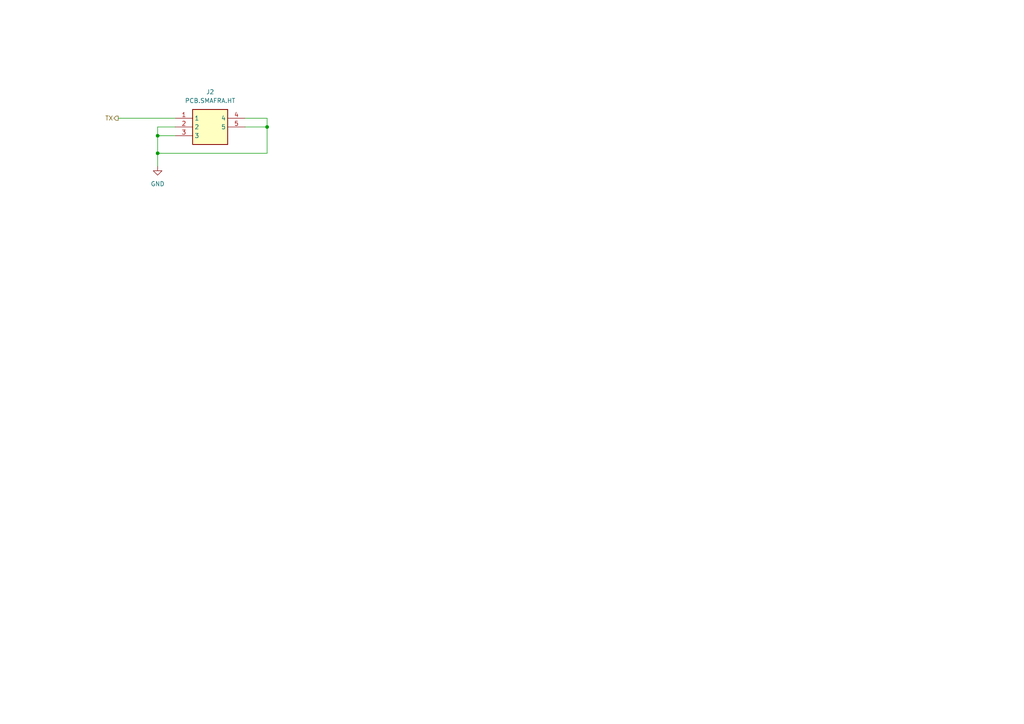
<source format=kicad_sch>
(kicad_sch (version 20230121) (generator eeschema)
  (paper "A4")
  (title_block (title "PLUTO RF Front-End Card") (rev " 001") (company "Steves Custom Computers"))
  (lib_symbols
    (symbol "Mouser:PCB.SMAFRA.HT"
      (property "Reference" "J" (at 16.51 7.62 0))
      (property "Value" "PCB.SMAFRA.HT" (at 16.51 5.08 0))
      (symbol "PCB.SMAFRA.HT_1_1"
        (rectangle (start 5.08 2.54) (end 15.24 -7.62) (stroke (width 0.254)) (fill (type background)))
        (pin passive line (at 0 0 0) (length 5.08) (name "1") (number "1"))
        (pin passive line (at 0 -2.54 0) (length 5.08) (name "2") (number "2"))
        (pin passive line (at 0 -5.08 0) (length 5.08) (name "3") (number "3"))
        (pin passive line (at 20.32 0 180) (length 5.08) (name "4") (number "4"))
        (pin passive line (at 20.32 -2.54 180) (length 5.08) (name "5") (number "5"))
      )
    )
    (symbol "power:GND" (power) (pin_names (offset 0))
      (property "Value" "GND" (at 0 -3.81 0))
      (symbol "GND_0_1"
        (polyline (pts (xy 0 0) (xy 0 -1.27) (xy 1.27 -1.27) (xy 0 -2.54) (xy -1.27 -1.27) (xy 0 -1.27)))
      )
      (symbol "GND_1_1"
        (pin power_in line (at 0 0 270) (length 0) hide (name "GND") (number "1"))
      )
    )
  )
  (junction (at 45.72 44.45))
  (junction (at 45.72 39.37))
  (junction (at 77.47 36.83))
  (wire (pts (xy 77.47 36.83) (xy 77.47 44.45)))
  (wire (pts (xy 71.12 36.83) (xy 77.47 36.83)))
  (wire (pts (xy 45.72 39.37) (xy 50.8 39.37)))
  (wire (pts (xy 77.47 34.29) (xy 77.47 36.83)))
  (wire (pts (xy 45.72 39.37) (xy 45.72 44.45)))
  (wire (pts (xy 77.47 44.45) (xy 45.72 44.45)))
  (wire (pts (xy 34.29 34.29) (xy 50.8 34.29)))
  (wire (pts (xy 71.12 34.29) (xy 77.47 34.29)))
  (wire (pts (xy 50.8 36.83) (xy 45.72 36.83)))
  (wire (pts (xy 45.72 36.83) (xy 45.72 39.37)))
  (wire (pts (xy 45.72 44.45) (xy 45.72 48.26)))
  (hierarchical_label "TX" (shape output) (at 34.29 34.29 180))
  (symbol (lib_id "power:GND") (at 45.72 48.26 0) (unit 1)
    (property "Reference" "#PWR014" (effects hide))
    (property "Value" "GND" (at 45.72 53.34 0))
  )
  (symbol (lib_id "Mouser:PCB.SMAFRA.HT") (at 50.8 34.29 0) (unit 1)
    (property "Reference" "J2" (at 60.96 26.67 0))
    (property "Value" "PCB.SMAFRA.HT" (at 60.96 29.21 0))
    (property "Footprint" "PCBSMAFRAHT" (effects hide))
    (property "Height" "9" (effects hide))
    (property "Mouser Part Number" "960-PCB.SMAFRA.HT" (effects hide))
    (property "Mouser Price/Stock" "https://www.mouser.co.uk/ProductDetail/Taoglas/PCB.SMAFRA.HT?qs=RuW%2Fu%252BNMQmubIFYcN8w5Dw%3D%3D" (effects hide))
    (property "Manufacturer_Name" "Taoglas" (effects hide))
    (property "Manufacturer_Part_Number" "PCB.SMAFRA.HT" (effects hide))
  )
)
</source>
